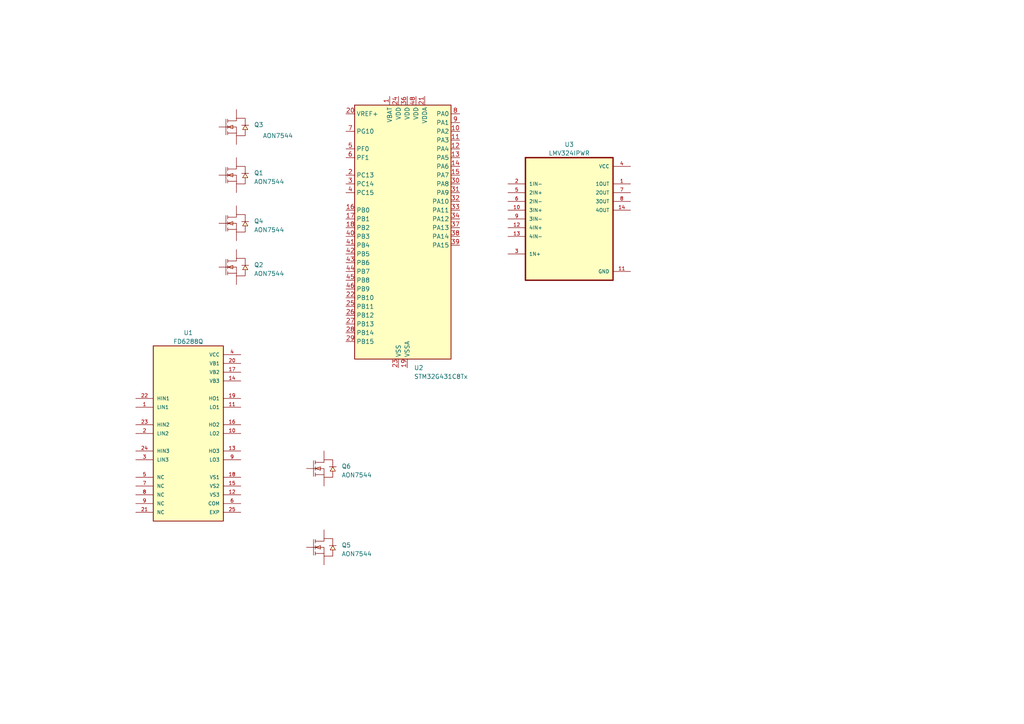
<source format=kicad_sch>
(kicad_sch (version 20230121) (generator eeschema)
  (paper "A4")
  (lib_symbols
    (symbol "111:FD6288Q" (pin_names (offset 1.016))
      (property "Reference" "U" (at -10.16 26.035 0))
      (property "Value" "FD6288Q" (at -10.16 -27.94 0))
      (symbol "FD6288Q_0_0"
        (rectangle (start -10.16 -25.4) (end 10.16 25.4) (stroke (width 0.254)) (fill (type background)))
        (pin input line (at -15.24 7.62 0) (length 5.08) (name "LIN1") (number "1"))
        (pin output line (at 15.24 0 180) (length 5.08) (name "LO2") (number "10"))
        (pin output line (at 15.24 7.62 180) (length 5.08) (name "LO1") (number "11"))
        (pin power_in line (at 15.24 -17.78 180) (length 5.08) (name "VS3") (number "12"))
        (pin output line (at 15.24 -5.08 180) (length 5.08) (name "HO3") (number "13"))
        (pin power_in line (at 15.24 15.24 180) (length 5.08) (name "VB3") (number "14"))
        (pin power_in line (at 15.24 -15.24 180) (length 5.08) (name "VS2") (number "15"))
        (pin output line (at 15.24 2.54 180) (length 5.08) (name "HO2") (number "16"))
        (pin power_in line (at 15.24 17.78 180) (length 5.08) (name "VB2") (number "17"))
        (pin power_in line (at 15.24 -12.7 180) (length 5.08) (name "VS1") (number "18"))
        (pin output line (at 15.24 10.16 180) (length 5.08) (name "HO1") (number "19"))
        (pin input line (at -15.24 0 0) (length 5.08) (name "LIN2") (number "2"))
        (pin power_in line (at 15.24 20.32 180) (length 5.08) (name "VB1") (number "20"))
        (pin input line (at -15.24 10.16 0) (length 5.08) (name "HIN1") (number "22"))
        (pin input line (at -15.24 2.54 0) (length 5.08) (name "HIN2") (number "23"))
        (pin input line (at -15.24 -5.08 0) (length 5.08) (name "HIN3") (number "24"))
        (pin power_in line (at 15.24 -22.86 180) (length 5.08) (name "EXP") (number "25"))
        (pin input line (at -15.24 -7.62 0) (length 5.08) (name "LIN3") (number "3"))
        (pin power_in line (at 15.24 22.86 180) (length 5.08) (name "VCC") (number "4"))
        (pin power_in line (at 15.24 -20.32 180) (length 5.08) (name "COM") (number "6"))
        (pin output line (at 15.24 -7.62 180) (length 5.08) (name "LO3") (number "9"))
      )
      (symbol "FD6288Q_1_0"
        (pin input line (at -15.24 -22.86 0) (length 5.08) (name "NC") (number "21"))
        (pin input line (at -15.24 -12.7 0) (length 5.08) (name "NC") (number "5"))
        (pin input line (at -15.24 -15.24 0) (length 5.08) (name "NC") (number "7"))
        (pin input line (at -15.24 -17.78 0) (length 5.08) (name "NC") (number "8"))
        (pin input line (at -15.24 -20.32 0) (length 5.08) (name "NC") (number "9"))
      )
    )
    (symbol "MCU_ST_STM32G4:STM32G431C8Tx"
      (property "Reference" "U" (at -12.7 39.37 0))
      (property "Value" "STM32G431C8Tx" (at 10.16 39.37 0))
      (symbol "STM32G431C8Tx_0_1"
        (rectangle (start -12.7 -35.56) (end 15.24 38.1) (stroke (width 0.254)) (fill (type background)))
      )
      (symbol "STM32G431C8Tx_1_1"
        (pin power_in line (at -2.54 40.64 270) (length 2.54) (name "VBAT") (number "1"))
        (pin bidirectional line (at 17.78 30.48 180) (length 2.54) (name "PA2") (number "10"))
        (pin bidirectional line (at 17.78 27.94 180) (length 2.54) (name "PA3") (number "11"))
        (pin bidirectional line (at 17.78 25.4 180) (length 2.54) (name "PA4") (number "12"))
        (pin bidirectional line (at 17.78 22.86 180) (length 2.54) (name "PA5") (number "13"))
        (pin bidirectional line (at 17.78 20.32 180) (length 2.54) (name "PA6") (number "14"))
        (pin bidirectional line (at 17.78 17.78 180) (length 2.54) (name "PA7") (number "15"))
        (pin bidirectional line (at -15.24 7.62 0) (length 2.54) (name "PB0") (number "16"))
        (pin bidirectional line (at -15.24 5.08 0) (length 2.54) (name "PB1") (number "17"))
        (pin bidirectional line (at -15.24 2.54 0) (length 2.54) (name "PB2") (number "18"))
        (pin power_in line (at 2.54 -38.1 90) (length 2.54) (name "VSSA") (number "19"))
        (pin bidirectional line (at -15.24 17.78 0) (length 2.54) (name "PC13") (number "2"))
        (pin input line (at -15.24 35.56 0) (length 2.54) (name "VREF+") (number "20"))
        (pin power_in line (at 7.62 40.64 270) (length 2.54) (name "VDDA") (number "21"))
        (pin bidirectional line (at -15.24 -17.78 0) (length 2.54) (name "PB10") (number "22"))
        (pin power_in line (at 0 -38.1 90) (length 2.54) (name "VSS") (number "23"))
        (pin power_in line (at 0 40.64 270) (length 2.54) (name "VDD") (number "24"))
        (pin bidirectional line (at -15.24 -20.32 0) (length 2.54) (name "PB11") (number "25"))
        (pin bidirectional line (at -15.24 -22.86 0) (length 2.54) (name "PB12") (number "26"))
        (pin bidirectional line (at -15.24 -25.4 0) (length 2.54) (name "PB13") (number "27"))
        (pin bidirectional line (at -15.24 -27.94 0) (length 2.54) (name "PB14") (number "28"))
        (pin bidirectional line (at -15.24 -30.48 0) (length 2.54) (name "PB15") (number "29"))
        (pin bidirectional line (at -15.24 15.24 0) (length 2.54) (name "PC14") (number "3"))
        (pin bidirectional line (at 17.78 15.24 180) (length 2.54) (name "PA8") (number "30"))
        (pin bidirectional line (at 17.78 12.7 180) (length 2.54) (name "PA9") (number "31"))
        (pin bidirectional line (at 17.78 10.16 180) (length 2.54) (name "PA10") (number "32"))
        (pin bidirectional line (at 17.78 7.62 180) (length 2.54) (name "PA11") (number "33"))
        (pin bidirectional line (at 17.78 5.08 180) (length 2.54) (name "PA12") (number "34"))
        (pin passive line (at 0 -38.1 90) (length 2.54) hide (name "VSS") (number "35"))
        (pin power_in line (at 2.54 40.64 270) (length 2.54) (name "VDD") (number "36"))
        (pin bidirectional line (at 17.78 2.54 180) (length 2.54) (name "PA13") (number "37"))
        (pin bidirectional line (at 17.78 0 180) (length 2.54) (name "PA14") (number "38"))
        (pin bidirectional line (at 17.78 -2.54 180) (length 2.54) (name "PA15") (number "39"))
        (pin bidirectional line (at -15.24 12.7 0) (length 2.54) (name "PC15") (number "4"))
        (pin bidirectional line (at -15.24 0 0) (length 2.54) (name "PB3") (number "40"))
        (pin bidirectional line (at -15.24 -2.54 0) (length 2.54) (name "PB4") (number "41"))
        (pin bidirectional line (at -15.24 -5.08 0) (length 2.54) (name "PB5") (number "42"))
        (pin bidirectional line (at -15.24 -7.62 0) (length 2.54) (name "PB6") (number "43"))
        (pin bidirectional line (at -15.24 -10.16 0) (length 2.54) (name "PB7") (number "44"))
        (pin bidirectional line (at -15.24 -12.7 0) (length 2.54) (name "PB8") (number "45"))
        (pin bidirectional line (at -15.24 -15.24 0) (length 2.54) (name "PB9") (number "46"))
        (pin passive line (at 0 -38.1 90) (length 2.54) hide (name "VSS") (number "47"))
        (pin power_in line (at 5.08 40.64 270) (length 2.54) (name "VDD") (number "48"))
        (pin bidirectional line (at -15.24 25.4 0) (length 2.54) (name "PF0") (number "5"))
        (pin bidirectional line (at -15.24 22.86 0) (length 2.54) (name "PF1") (number "6"))
        (pin bidirectional line (at -15.24 30.48 0) (length 2.54) (name "PG10") (number "7"))
        (pin bidirectional line (at 17.78 35.56 180) (length 2.54) (name "PA0") (number "8"))
        (pin bidirectional line (at 17.78 33.02 180) (length 2.54) (name "PA1") (number "9"))
      )
    )
    (symbol "aon7544:AON7544" (pin_numbers hide) (pin_names (offset 1.016) hide)
      (property "Reference" "Q" (at 0 7.874 0))
      (property "Value" "AON7544" (at 0 12.954 0))
      (symbol "AON7544_1_1"
        (polyline (pts (xy -3.048 2.286) (xy -3.048 -2.286)) (stroke (width 0.1524)))
        (polyline (pts (xy -2.54 -2.286) (xy -2.54 -1.27)) (stroke (width 0.1524)))
        (polyline (pts (xy -2.54 -0.508) (xy -2.54 0.508)) (stroke (width 0.1524)))
        (polyline (pts (xy -2.54 2.286) (xy -2.54 1.27)) (stroke (width 0.1524)))
        (polyline (pts (xy 0 -1.778) (xy -2.54 -1.778)) (stroke (width 0.1524)))
        (polyline (pts (xy -2.54 0) (xy -1.016 -0.508) (xy -1.016 0.508) (xy -2.54 0)) (stroke (width 0.1524)) (fill (type background)))
        (polyline (pts (xy 2.54 0.508) (xy 1.778 -0.762) (xy 3.302 -0.762) (xy 2.54 0.508)) (stroke (width 0.1524)) (fill (type background)))
        (polyline (pts (xy 3.556 0.508) (xy 3.048 0.508) (xy 2.032 0.508) (xy 1.524 0.508)) (stroke (width 0.1524)))
        (polyline (pts (xy -2.54 0) (xy 0 0) (xy 0 -2.54) (xy 2.54 -2.54) (xy 2.54 -0.762)) (stroke (width 0.1524)))
        (polyline (pts (xy -2.54 1.778) (xy 0 1.778) (xy 0 2.54) (xy 2.54 2.54) (xy 2.54 0.508)) (stroke (width 0.1524)))
        (pin input line (at 0 -5.08 90) (length 2.54) (name "S") (number "1"))
        (pin input line (at -5.08 0 0) (length 2.54) (name "G") (number "2"))
        (pin input line (at 0 5.08 270) (length 2.54) (name "D") (number "3"))
      )
    )
    (symbol "lmv324:LMV324IPWR" (pin_names (offset 1.016))
      (property "Reference" "U" (at -12.7 18.78 0))
      (property "Value" "LMV324IPWR" (at -12.7 -21.78 0))
      (symbol "LMV324IPWR_0_0"
        (rectangle (start -12.7 -17.78) (end 12.7 17.78) (stroke (width 0.41)) (fill (type background)))
        (pin output line (at 17.78 10.16 180) (length 5.08) (name "1OUT") (number "1"))
        (pin input line (at -17.78 2.54 0) (length 5.08) (name "3IN+") (number "10"))
        (pin power_in line (at 17.78 -15.24 180) (length 5.08) (name "GND") (number "11"))
        (pin input line (at -17.78 -2.54 0) (length 5.08) (name "4IN+") (number "12"))
        (pin input line (at -17.78 -5.08 0) (length 5.08) (name "4IN-") (number "13"))
        (pin output line (at 17.78 2.54 180) (length 5.08) (name "4OUT") (number "14"))
        (pin input line (at -17.78 10.16 0) (length 5.08) (name "1IN-") (number "2"))
        (pin bidirectional line (at -17.78 -10.16 0) (length 5.08) (name "1N+") (number "3"))
        (pin power_in line (at 17.78 15.24 180) (length 5.08) (name "VCC") (number "4"))
        (pin input line (at -17.78 7.62 0) (length 5.08) (name "2IN+") (number "5"))
        (pin input line (at -17.78 5.08 0) (length 5.08) (name "2IN-") (number "6"))
        (pin output line (at 17.78 7.62 180) (length 5.08) (name "2OUT") (number "7"))
        (pin output line (at 17.78 5.08 180) (length 5.08) (name "3OUT") (number "8"))
        (pin input line (at -17.78 0 0) (length 5.08) (name "3IN-") (number "9"))
      )
    )
  )
  (symbol (lib_id "111:FD6288Q") (at 54.61 125.73 0) (unit 1)
    (property "Reference" "U1" (at 54.61 96.52 0))
    (property "Value" "FD6288Q" (at 54.61 99.06 0))
    (property "Footprint" "QFN50P400X400X90-25N" (effects hide))
    (property "STANDARD" "IPC-7351B" (effects hide))
    (property "MANUFACTURER" "Fortior Tech" (effects hide))
  )
  (symbol (lib_id "aon7544:AON7544") (at 68.58 64.77 0) (unit 1)
    (property "Reference" "Q4" (at 73.66 64.135 0) (effects (justify left)))
    (property "Value" "AON7544" (at 73.66 66.675 0) (effects (justify left)))
    (property "Footprint" "aon7544:AON7544" (effects hide))
    (property "uuid" "std:cf1662d48c1a446d94b1545e62fe515b" (effects hide))
    (instances (project "Lite_Foc" (path "" (reference "Q4") (unit 1)) (path "" (reference "Q3") (unit 1))))
  )
  (symbol (lib_id "MCU_ST_STM32G4:STM32G431C8Tx") (at 115.57 68.58 0) (unit 1)
    (property "Reference" "U2" (at 120.0659 106.68 0) (effects (justify left)))
    (property "Value" "STM32G431C8Tx" (at 120.0659 109.22 0) (effects (justify left)))
    (property "Footprint" "Package_QFP:LQFP-48_7x7mm_P0.5mm" (effects hide))
    (property "Datasheet" "https://www.st.com/resource/en/datasheet/stm32g431c8.pdf" (effects hide))
  )
  (symbol (lib_id "aon7544:AON7544") (at 93.98 158.75 0) (unit 1)
    (property "Reference" "Q5" (at 99.06 158.115 0) (effects (justify left)))
    (property "Value" "AON7544" (at 99.06 160.655 0) (effects (justify left)))
    (property "Footprint" "kicad_lceda:AON7544" (effects hide))
    (property "uuid" "std:cf1662d48c1a446d94b1545e62fe515b" (effects hide))
    (instances (project "Lite_Foc" (path "" (reference "Q5") (unit 1)) (path "" (reference "Q6") (unit 1))))
  )
  (symbol (lib_id "lmv324:LMV324IPWR") (at 165.1 63.5 0) (unit 1)
    (property "Reference" "U3" (at 165.1 41.91 0))
    (property "Value" "LMV324IPWR" (at 165.1 44.45 0))
    (property "Footprint" "SOP65P640X120-14N" (effects hide))
  )
  (symbol (lib_id "aon7544:AON7544") (at 68.58 77.47 0) (unit 1)
    (property "Reference" "Q2" (at 73.66 76.835 0) (effects (justify left)))
    (property "Value" "AON7544" (at 73.66 79.375 0) (effects (justify left)))
    (property "Footprint" "aon7544:AON7544" (effects hide))
    (property "uuid" "std:cf1662d48c1a446d94b1545e62fe515b" (effects hide))
    (instances (project "Lite_Foc" (path "" (reference "Q2") (unit 1)) (path "" (reference "Q4") (unit 1))))
  )
  (symbol (lib_id "aon7544:AON7544") (at 68.58 36.83 0) (unit 1)
    (property "Reference" "Q3" (at 73.66 36.195 0) (effects (justify left)))
    (property "Value" "AON7544" (at 76.2 39.37 0) (effects (justify left)))
    (property "Footprint" "aon7544:AON7544" (effects hide))
    (property "uuid" "std:cf1662d48c1a446d94b1545e62fe515b" (effects hide))
    (instances (project "Lite_Foc" (path "" (reference "Q3") (unit 1)) (path "" (reference "Q1") (unit 1))))
  )
  (symbol (lib_id "aon7544:AON7544") (at 68.58 50.8 0) (unit 1)
    (property "Reference" "Q1" (at 73.66 50.165 0) (effects (justify left)))
    (property "Value" "AON7544" (at 73.66 52.705 0) (effects (justify left)))
    (property "Footprint" "aon7544:AON7544" (effects hide))
    (property "uuid" "std:cf1662d48c1a446d94b1545e62fe515b" (effects hide))
    (instances (project "Lite_Foc" (path "" (reference "Q1") (unit 1)) (path "" (reference "Q2") (unit 1))))
  )
  (symbol (lib_id "aon7544:AON7544") (at 93.98 135.89 0) (unit 1)
    (property "Reference" "Q6" (at 99.06 135.255 0) (effects (justify left)))
    (property "Value" "AON7544" (at 99.06 137.795 0) (effects (justify left)))
    (property "Footprint" "kicad_lceda:AON7544" (effects hide))
    (property "uuid" "std:cf1662d48c1a446d94b1545e62fe515b" (effects hide))
    (instances (project "Lite_Foc" (path "" (reference "Q6") (unit 1)) (path "" (reference "Q5") (unit 1))))
  )
)
</source>
